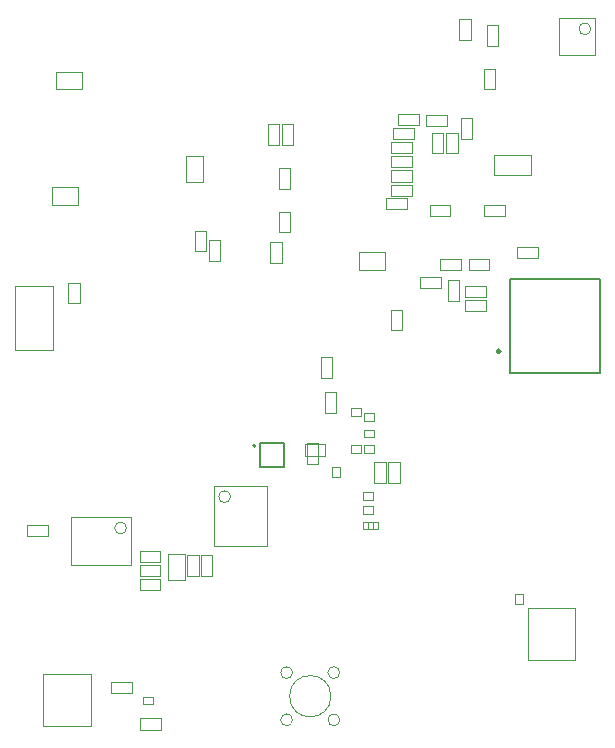
<source format=gbr>
%TF.GenerationSoftware,Altium Limited,Altium Designer,21.2.2 (38)*%
G04 Layer_Color=16711935*
%FSLAX45Y45*%
%MOMM*%
%TF.SameCoordinates,EE3A7C27-349B-46B6-A90B-2B7A9072729B*%
%TF.FilePolarity,Positive*%
%TF.FileFunction,Other,Mechanical_13*%
%TF.Part,Single*%
G01*
G75*
%TA.AperFunction,NonConductor*%
%ADD89C,0.10000*%
%ADD91C,0.20000*%
%ADD101C,0.30000*%
%ADD103C,0.12700*%
%ADD138C,0.00000*%
%ADD139C,0.01000*%
D89*
X945000Y2570000D02*
G03*
X945000Y2570000I-50000J0D01*
G01*
X4875000Y6795000D02*
G03*
X4875000Y6795000I-50000J0D01*
G01*
X1825000Y2835000D02*
G03*
X1825000Y2835000I-50000J0D01*
G01*
X1522500Y4912500D02*
Y5087500D01*
X1617500Y4912500D02*
Y5087500D01*
X1522500Y4912500D02*
X1617500D01*
X1522500Y5087500D02*
X1617500D01*
X3627500Y5742500D02*
Y5917500D01*
X3532500Y5742500D02*
Y5917500D01*
X3627500D01*
X3532500Y5742500D02*
X3627500D01*
X3747500D02*
Y5917500D01*
X3652500Y5742500D02*
Y5917500D01*
X3747500D01*
X3652500Y5742500D02*
X3747500D01*
X2592500Y3842500D02*
Y4017500D01*
X2687500Y3842500D02*
Y4017500D01*
X2592500Y3842500D02*
X2687500D01*
X2592500Y4017500D02*
X2687500D01*
X2627500Y3182500D02*
Y3277500D01*
X2452500Y3182500D02*
Y3277500D01*
X2627500D01*
X2452500Y3182500D02*
X2627500D01*
X1055000Y2042500D02*
X1230000D01*
X1055000Y2137500D02*
X1230000D01*
Y2042500D02*
Y2137500D01*
X1055000Y2042500D02*
Y2137500D01*
Y2282500D02*
X1230000D01*
X1055000Y2377500D02*
X1230000D01*
Y2282500D02*
Y2377500D01*
X1055000Y2282500D02*
Y2377500D01*
X1054950Y2162562D02*
X1229950D01*
X1054950Y2257562D02*
X1229950D01*
Y2162562D02*
Y2257562D01*
X1054950Y2162562D02*
Y2257562D01*
X4055000Y5555000D02*
Y5725000D01*
X4365000Y5555000D02*
Y5725000D01*
X4055000Y5555000D02*
X4365000D01*
X4055000Y5725000D02*
X4365000D01*
X3032500Y2557500D02*
Y2622500D01*
X2947501Y2557500D02*
Y2622500D01*
X3032500D01*
X2947501Y2557500D02*
X3032500D01*
Y2687500D02*
Y2752500D01*
X2947501Y2687500D02*
Y2752500D01*
X3032500D01*
X2947501Y2687500D02*
X3032500D01*
X2622500Y3542500D02*
Y3717500D01*
X2717500Y3542500D02*
Y3717500D01*
X2622500D02*
X2717500D01*
X2622500Y3542500D02*
X2717500D01*
X3032500Y2807500D02*
Y2872500D01*
X2947501Y2807500D02*
Y2872500D01*
X3032500D01*
X2947501Y2807500D02*
X3032500D01*
X2687501Y2997500D02*
X2752501D01*
X2687501Y3082500D02*
X2752501D01*
Y2997500D02*
Y3082500D01*
X2687501Y2997500D02*
Y3082500D01*
X3042500Y3127500D02*
X3137500D01*
X3042500Y2952500D02*
X3137500D01*
X3042500D02*
Y3127500D01*
X3137500Y2952500D02*
Y3127500D01*
X3162500D02*
X3257500D01*
X3162500Y2952500D02*
X3257500D01*
X3162500D02*
Y3127500D01*
X3257500Y2952500D02*
Y3127500D01*
X3042500Y3207500D02*
Y3272500D01*
X2957501Y3207500D02*
Y3272500D01*
X3042500D01*
X2957501Y3207500D02*
X3042500D01*
Y3337500D02*
Y3402500D01*
X2957501Y3337500D02*
Y3402500D01*
X3042500D01*
X2957501Y3337500D02*
X3042500D01*
Y3477500D02*
Y3542500D01*
X2957501Y3477500D02*
Y3542500D01*
X3042500D01*
X2957501Y3477500D02*
X3042500D01*
X2500Y4620000D02*
X322500D01*
Y4080000D02*
Y4620000D01*
X2500Y4080000D02*
X322500D01*
X2500D02*
Y4620000D01*
X4147500Y5212500D02*
Y5307500D01*
X3972500Y5212500D02*
Y5307500D01*
Y5212500D02*
X4147500D01*
X3972500Y5307500D02*
X4147500D01*
X3842500Y4752500D02*
Y4847500D01*
X4017500Y4752500D02*
Y4847500D01*
X3842500D02*
X4017500D01*
X3842500Y4752500D02*
X4017500D01*
X2910000Y4902500D02*
X3130000D01*
X2910000Y4757500D02*
X3130000D01*
X2910000D02*
Y4902500D01*
X3130000Y4757500D02*
Y4902500D01*
X3432500Y4602500D02*
Y4697500D01*
X3607500Y4602500D02*
Y4697500D01*
X3432500D02*
X3607500D01*
X3432500Y4602500D02*
X3607500D01*
X2472500Y3112500D02*
X2567500D01*
X2472500Y3287500D02*
X2567500D01*
X2472500Y3112500D02*
Y3287500D01*
X2567500Y3112500D02*
Y3287500D01*
X475000Y2260000D02*
Y2660000D01*
X985000Y2260000D02*
Y2660000D01*
X475000Y2260000D02*
X985000D01*
X475000Y2660000D02*
X985000D01*
X102500Y2502500D02*
X277500D01*
X102500Y2597500D02*
X277500D01*
Y2502500D02*
Y2597500D01*
X102500Y2502500D02*
Y2597500D01*
X3072500Y2557500D02*
Y2622500D01*
X2987500Y2557500D02*
Y2622500D01*
Y2557500D02*
X3072500D01*
X2987500Y2622500D02*
X3072500D01*
X2932500Y3207499D02*
Y3272499D01*
X2847500Y3207499D02*
Y3272499D01*
Y3207499D02*
X2932500D01*
X2847500Y3272499D02*
X2932500D01*
X2847500Y3582500D02*
X2932500D01*
X2847500Y3517499D02*
X2932500D01*
X2847500D02*
Y3582500D01*
X2932500Y3517499D02*
Y3582500D01*
X3182500Y4242500D02*
X3277500D01*
X3182500Y4417500D02*
X3277500D01*
X3182500Y4242500D02*
Y4417500D01*
X3277500Y4242500D02*
Y4417500D01*
X3662500Y4667500D02*
X3757500D01*
X3662500Y4492500D02*
X3757500D01*
Y4667500D01*
X3662500Y4492500D02*
Y4667500D01*
X3987500Y4402500D02*
Y4497500D01*
X3812500Y4402500D02*
Y4497500D01*
Y4402500D02*
X3987500D01*
X3812500Y4497500D02*
X3987500D01*
X3987500Y4522500D02*
Y4617500D01*
X3812500Y4522500D02*
Y4617500D01*
Y4522500D02*
X3987500D01*
X3812500Y4617500D02*
X3987500D01*
X4427500Y4852500D02*
Y4947500D01*
X4252500Y4852500D02*
Y4947500D01*
Y4852500D02*
X4427500D01*
X4252500Y4947500D02*
X4427500D01*
X3777500Y4752500D02*
Y4847500D01*
X3602500Y4752500D02*
Y4847500D01*
Y4752500D02*
X3777500D01*
X3602500Y4847500D02*
X3777500D01*
X3512500Y5212500D02*
Y5307500D01*
X3687500Y5212500D02*
Y5307500D01*
X3512500D02*
X3687500D01*
X3512500Y5212500D02*
X3687500D01*
X3772500Y5862500D02*
X3867500D01*
X3772500Y6037500D02*
X3867500D01*
X3772500Y5862500D02*
Y6037500D01*
X3867500Y5862500D02*
Y6037500D01*
X4605000Y6885000D02*
X4915000D01*
X4605000Y6575000D02*
X4915000D01*
Y6885000D01*
X4605000Y6575000D02*
Y6885000D01*
X4087500Y6652500D02*
Y6827500D01*
X3992500Y6652500D02*
Y6827500D01*
X4087500D01*
X3992500Y6652500D02*
X4087500D01*
X3762500Y6702500D02*
X3857500D01*
X3762500Y6877500D02*
X3857500D01*
X3762500Y6702500D02*
Y6877500D01*
X3857500Y6702500D02*
Y6877500D01*
X3482500Y5972500D02*
Y6067500D01*
X3657500Y5972500D02*
Y6067500D01*
X3482500D02*
X3657500D01*
X3482500Y5972500D02*
X3657500D01*
X3417500Y5982500D02*
Y6077500D01*
X3242499Y5982500D02*
Y6077500D01*
Y5982500D02*
X3417500D01*
X3242499Y6077500D02*
X3417500D01*
X3377500Y5862500D02*
Y5957500D01*
X3202500Y5862500D02*
Y5957500D01*
Y5862500D02*
X3377500D01*
X3202500Y5957500D02*
X3377500D01*
X3357500Y5742500D02*
Y5837500D01*
X3182500Y5742500D02*
Y5837500D01*
Y5742500D02*
X3357500D01*
X3182500Y5837500D02*
X3357500D01*
Y5622500D02*
Y5717500D01*
X3182500Y5622500D02*
Y5717500D01*
Y5622500D02*
X3357500D01*
X3182500Y5717500D02*
X3357500D01*
Y5502500D02*
Y5597500D01*
X3182500Y5502500D02*
Y5597500D01*
Y5502500D02*
X3357500D01*
X3182500Y5597500D02*
X3357500D01*
Y5382500D02*
Y5477500D01*
X3182500Y5382500D02*
Y5477500D01*
Y5382500D02*
X3357500D01*
X3182500Y5477500D02*
X3357500D01*
X3317500Y5272500D02*
Y5367500D01*
X3142500Y5272500D02*
Y5367500D01*
Y5272500D02*
X3317500D01*
X3142500Y5367500D02*
X3317500D01*
X1447500Y5720000D02*
X1592500D01*
X1447500Y5500000D02*
X1592500D01*
Y5720000D01*
X1447500Y5500000D02*
Y5720000D01*
X2257499Y4812501D02*
Y4987501D01*
X2162499Y4812501D02*
Y4987501D01*
X2257499D01*
X2162499Y4812501D02*
X2257499D01*
X1737500Y4830000D02*
Y5005000D01*
X1642500Y4830000D02*
Y5005000D01*
X1737500D01*
X1642500Y4830000D02*
X1737500D01*
X452500Y4647500D02*
X547500D01*
X452500Y4472500D02*
X547500D01*
Y4647500D01*
X452500Y4472500D02*
Y4647500D01*
X310000Y5307500D02*
Y5452500D01*
X530000Y5307500D02*
Y5452500D01*
X310000D02*
X530000D01*
X310000Y5307500D02*
X530000D01*
X350000Y6282500D02*
Y6427500D01*
X570000Y6282500D02*
Y6427500D01*
X350000D02*
X570000D01*
X350000Y6282500D02*
X570000D01*
X4237500Y1927500D02*
Y2012500D01*
X4302500Y1927500D02*
Y2012500D01*
X4237500Y1927500D02*
X4302500D01*
X4237500Y2012500D02*
X4302500D01*
X2142500Y5812502D02*
X2237500D01*
X2142500Y5987502D02*
X2237500D01*
X2142500Y5812502D02*
Y5987502D01*
X2237500Y5812502D02*
Y5987502D01*
X2262500Y5812502D02*
X2357500D01*
X2262500Y5987502D02*
X2357500D01*
X2262500Y5812502D02*
Y5987502D01*
X2357500Y5812502D02*
Y5987502D01*
X2232500Y5617500D02*
X2327500D01*
X2232500Y5442500D02*
X2327500D01*
Y5617500D01*
X2232500Y5442500D02*
Y5617500D01*
Y5247500D02*
X2327500D01*
X2232500Y5072500D02*
X2327500D01*
Y5247500D01*
X2232500Y5072500D02*
Y5247500D01*
X4740000Y1450000D02*
Y1890000D01*
X4340000Y1450000D02*
X4740000D01*
X4340000D02*
Y1890000D01*
X4740000D01*
X1087500Y1077500D02*
X1172500D01*
X1087500Y1142500D02*
X1172500D01*
Y1077500D02*
Y1142500D01*
X1087500Y1077500D02*
Y1142500D01*
X1685000Y2415000D02*
Y2925000D01*
X2135000Y2415000D02*
Y2925000D01*
X1685000D02*
X2135000D01*
X1685000Y2415000D02*
X2135000D01*
X240000Y890000D02*
Y1330000D01*
X640000D01*
Y890000D02*
Y1330000D01*
X240000Y890000D02*
X640000D01*
X1572500Y2162500D02*
Y2337500D01*
X1667500Y2162500D02*
Y2337500D01*
X1572500Y2162500D02*
X1667500D01*
X1572500Y2337500D02*
X1667500D01*
X812500Y1172500D02*
X987500D01*
X812500Y1267500D02*
X987500D01*
Y1172500D02*
Y1267500D01*
X812500Y1172500D02*
Y1267500D01*
X1292500Y2352500D02*
X1437501D01*
X1292500Y2132500D02*
X1437501D01*
Y2352500D01*
X1292500Y2132500D02*
Y2352500D01*
X1460000Y2162500D02*
Y2337500D01*
X1555000Y2162500D02*
Y2337500D01*
X1460000Y2162500D02*
X1555000D01*
X1460000Y2337500D02*
X1555000D01*
X1062500Y862500D02*
X1237500D01*
X1062500Y957500D02*
X1237500D01*
Y862500D02*
Y957500D01*
X1062500Y862500D02*
Y957500D01*
X3972500Y6457500D02*
X4067500D01*
X3972500Y6282500D02*
X4067500D01*
Y6457500D01*
X3972500Y6282500D02*
Y6457500D01*
D91*
X2036250Y3265000D02*
G03*
X2036250Y3265000I-10000J0D01*
G01*
D101*
X4105000Y4065000D02*
G03*
X4105000Y4065000I-10000J0D01*
G01*
D103*
X2076250Y3285000D02*
X2276250D01*
Y3085000D02*
Y3285000D01*
X2076250Y3085000D02*
X2276250D01*
X2076250D02*
Y3285000D01*
X4195000Y4675000D02*
X4955000D01*
Y3885000D02*
Y4675000D01*
X4195000Y3885000D02*
X4955000D01*
X4195000D02*
Y4675000D01*
D138*
X2675000Y1145001D02*
G03*
X2675000Y1145001I-175000J0D01*
G01*
D139*
X2350000Y1345001D02*
G03*
X2350000Y1345001I-50000J0D01*
G01*
Y945001D02*
G03*
X2350000Y945001I-50000J0D01*
G01*
X2750000Y1345001D02*
G03*
X2750000Y1345001I-50000J0D01*
G01*
Y945001D02*
G03*
X2750000Y945001I-50000J0D01*
G01*
%TF.MD5,8c6c14a0efd96f9502cd9515d8ae87b6*%
M02*

</source>
